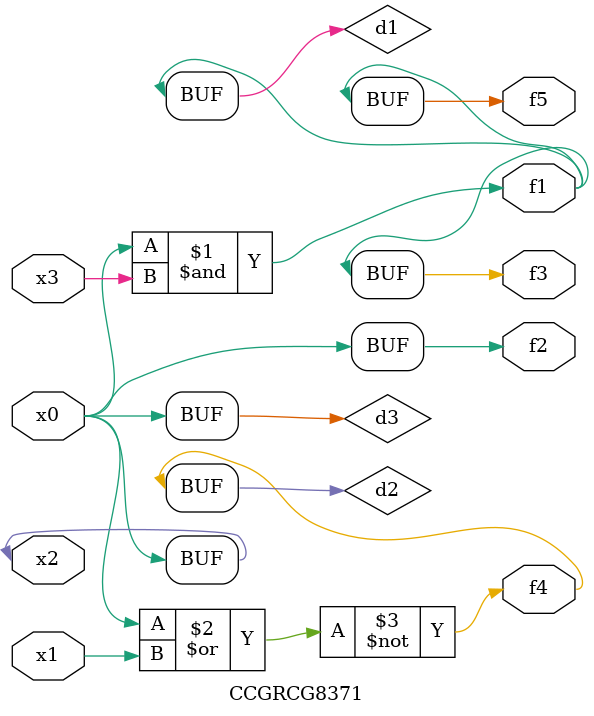
<source format=v>
module CCGRCG8371(
	input x0, x1, x2, x3,
	output f1, f2, f3, f4, f5
);

	wire d1, d2, d3;

	and (d1, x2, x3);
	nor (d2, x0, x1);
	buf (d3, x0, x2);
	assign f1 = d1;
	assign f2 = d3;
	assign f3 = d1;
	assign f4 = d2;
	assign f5 = d1;
endmodule

</source>
